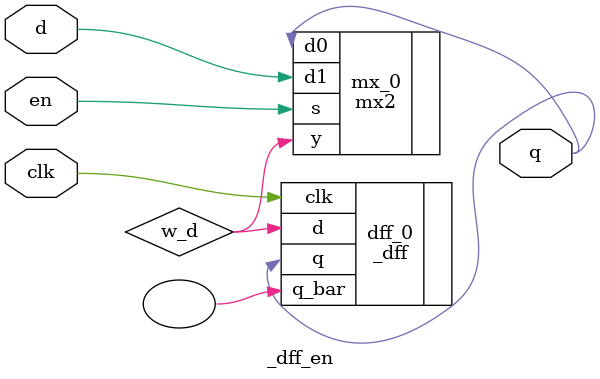
<source format=v>


//endmodule //another way to construct dff_en

module _dff_en(clk, en, d, q);

	input clk, en, d;
	output q; //set input and output
	
	wire w_d; //set wire
	
	mx2 mx_0(.d0(q), .d1(d), .s(en), .y(w_d)); //to select signal
	_dff dff_0(.clk(clk), .d(w_d), .q(q), .q_bar()); //run dff
	
endmodule


</source>
